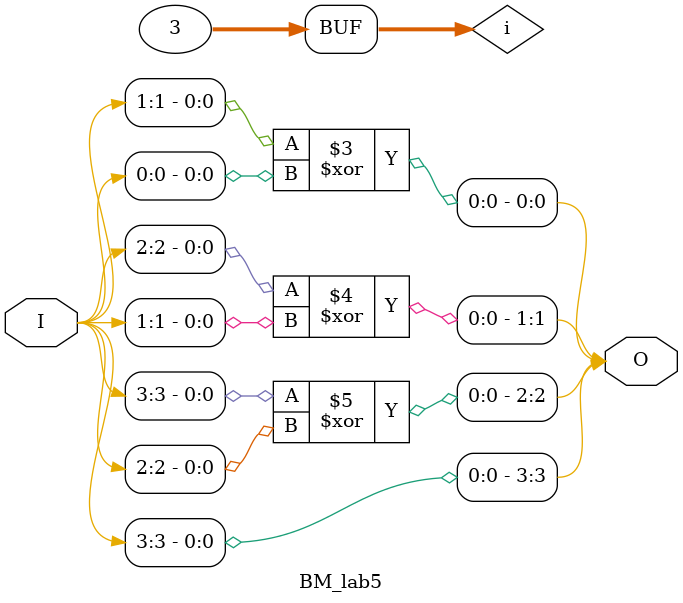
<source format=v>
module BM_lab5(O, I);

input [3:0] I;
output [3:0] O;
reg [3:0] O;
integer i;

always @ (I)
begin 
	for(i = 0; i < 3; i = i + 1)
		O[i] = I[i + 1]^I[i];
	O[3] = I[3];
end

endmodule

</source>
